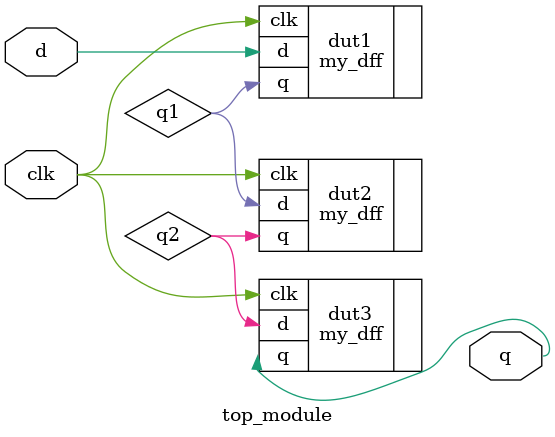
<source format=v>
module top_module ( input clk, input d, output q );
    wire q1,q2;
    my_dff dut1(.clk(clk),.d(d),.q(q1));
    my_dff dut2(.clk(clk),.d(q1),.q(q2));
    my_dff dut3(.clk(clk),.d(q2),.q(q));

endmodule

</source>
